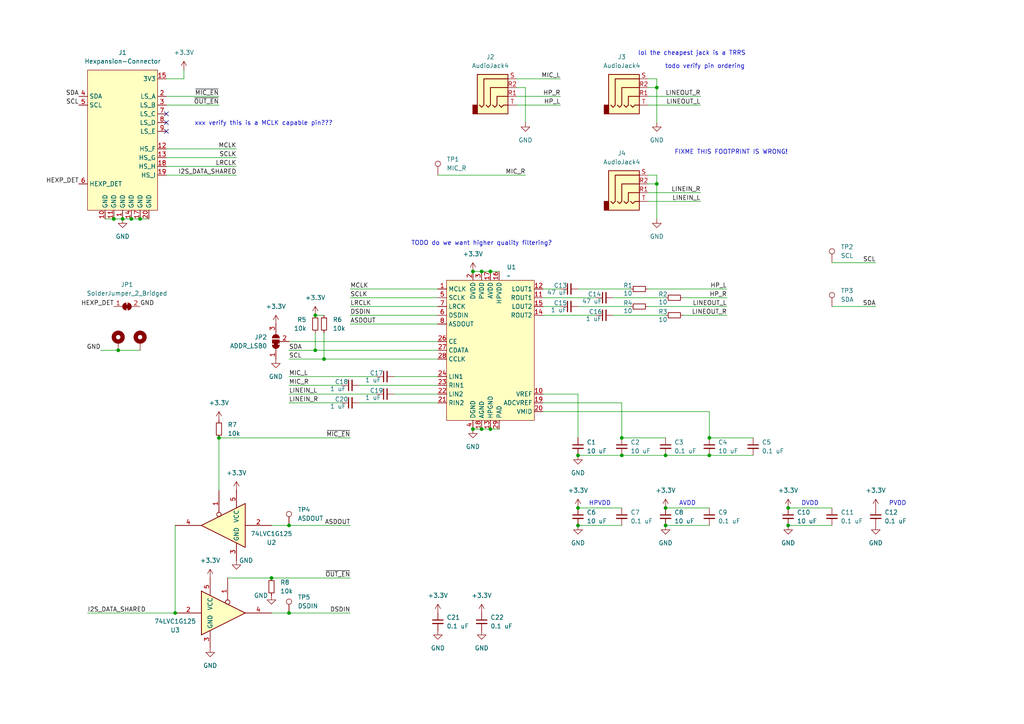
<source format=kicad_sch>
(kicad_sch (version 20231120) (generator "eeschema") (generator_version "8.0")
  (paper "A4")
  (lib_symbols
    (symbol "74xGxx:74LVC1G125"
      (property "Reference" "U" (at -10.16 7.62 0))
      (property "Value" "74LVC1G125" (at 2.54 -7.62 0))
      (symbol "74LVC1G125_0_1"
        (polyline (pts (xy -7.62 6.35) (xy -7.62 -6.35) (xy 5.08 0) (xy -7.62 6.35)) (stroke (width 0.254)) (fill (type background)))
      )
      (symbol "74LVC1G125_1_1"
        (pin input inverted (at 0 10.16 270) (length 7.62) (name "~") (number "1"))
        (pin input line (at -15.24 0 0) (length 7.62) (name "~") (number "2"))
        (pin power_in line (at -5.08 -10.16 90) (length 5.08) (name "GND") (number "3"))
        (pin tri_state line (at 12.7 0 180) (length 7.62) (name "~") (number "4"))
        (pin power_in line (at -5.08 10.16 270) (length 5.08) (name "VCC") (number "5"))
      )
    )
    (symbol "Connector:TestPoint" (pin_numbers hide) (pin_names (offset 0.762) hide)
      (property "Reference" "TP" (at 0 6.858 0))
      (property "Value" "TestPoint" (at 0 5.08 0))
      (symbol "TestPoint_0_1"
        (circle (center 0 3.302) (radius 0.762))
      )
      (symbol "TestPoint_1_1"
        (pin passive line (at 0 0 90) (length 2.54) (name "1") (number "1"))
      )
    )
    (symbol "Connector_Audio:AudioJack4"
      (property "Reference" "J" (at 0 8.89 0))
      (property "Value" "AudioJack4" (at 0 6.35 0))
      (symbol "AudioJack4_0_1"
        (rectangle (start -6.35 -5.08) (end -7.62 -7.62) (stroke (width 0.254)) (fill (type outline)))
        (polyline (pts (xy 0 -5.08) (xy 0.635 -5.715) (xy 1.27 -5.08) (xy 2.54 -5.08)) (stroke (width 0.254)))
        (polyline (pts (xy -5.715 -5.08) (xy -5.08 -5.715) (xy -4.445 -5.08) (xy -4.445 2.54) (xy 2.54 2.54)) (stroke (width 0.254)))
        (polyline (pts (xy -1.905 -5.08) (xy -1.27 -5.715) (xy -0.635 -5.08) (xy -0.635 -2.54) (xy 2.54 -2.54)) (stroke (width 0.254)))
        (polyline (pts (xy 2.54 0) (xy -2.54 0) (xy -2.54 -5.08) (xy -3.175 -5.715) (xy -3.81 -5.08)) (stroke (width 0.254)))
        (rectangle (start 2.54 3.81) (end -6.35 -7.62) (stroke (width 0.254)) (fill (type background)))
      )
      (symbol "AudioJack4_1_1"
        (pin passive line (at 5.08 -2.54 180) (length 2.54) (name "~") (number "R1"))
        (pin passive line (at 5.08 0 180) (length 2.54) (name "~") (number "R2"))
        (pin passive line (at 5.08 2.54 180) (length 2.54) (name "~") (number "S"))
        (pin passive line (at 5.08 -5.08 180) (length 2.54) (name "~") (number "T"))
      )
    )
    (symbol "Device:C_Small" (pin_numbers hide) (pin_names (offset 0.254) hide)
      (property "Reference" "C" (at 0.254 1.778 0))
      (property "Value" "C_Small" (at 0.254 -2.032 0))
      (symbol "C_Small_0_1"
        (polyline (pts (xy -1.524 -0.508) (xy 1.524 -0.508)) (stroke (width 0.3302)))
        (polyline (pts (xy -1.524 0.508) (xy 1.524 0.508)) (stroke (width 0.3048)))
      )
      (symbol "C_Small_1_1"
        (pin passive line (at 0 2.54 270) (length 2.032) (name "~") (number "1"))
        (pin passive line (at 0 -2.54 90) (length 2.032) (name "~") (number "2"))
      )
    )
    (symbol "Device:R_Small" (pin_numbers hide) (pin_names (offset 0.254) hide)
      (property "Reference" "R" (at 0.762 0.508 0))
      (property "Value" "R_Small" (at 0.762 -1.016 0))
      (symbol "R_Small_0_1"
        (rectangle (start -0.762 1.778) (end 0.762 -1.778) (stroke (width 0.2032)))
      )
      (symbol "R_Small_1_1"
        (pin passive line (at 0 2.54 270) (length 0.762) (name "~") (number "1"))
        (pin passive line (at 0 -2.54 90) (length 0.762) (name "~") (number "2"))
      )
    )
    (symbol "Jumper:SolderJumper_2_Bridged" (pin_names (offset 0) hide)
      (property "Reference" "JP" (at 0 2.032 0))
      (property "Value" "SolderJumper_2_Bridged" (at 0 -2.54 0))
      (symbol "SolderJumper_2_Bridged_0_1"
        (rectangle (start -0.508 0.508) (end 0.508 -0.508) (fill (type outline)))
        (arc (start -0.254 1.016) (mid -1.2656 0) (end -0.254 -1.016))
        (arc (start -0.254 1.016) (mid -1.2656 0) (end -0.254 -1.016) (fill (type outline)))
        (polyline (pts (xy -0.254 1.016) (xy -0.254 -1.016)))
        (polyline (pts (xy 0.254 1.016) (xy 0.254 -1.016)))
        (arc (start 0.254 -1.016) (mid 1.2656 0) (end 0.254 1.016))
        (arc (start 0.254 -1.016) (mid 1.2656 0) (end 0.254 1.016) (fill (type outline)))
      )
      (symbol "SolderJumper_2_Bridged_1_1"
        (pin passive line (at -3.81 0 0) (length 2.54) (name "A") (number "1"))
        (pin passive line (at 3.81 0 180) (length 2.54) (name "B") (number "2"))
      )
    )
    (symbol "Jumper:SolderJumper_3_Bridged12" (pin_names (offset 0) hide) (exclude_from_sim yes) (in_bom no)
      (property "Reference" "JP" (at -2.54 -2.54 0))
      (property "Value" "SolderJumper_3_Bridged12" (at 0 2.794 0))
      (symbol "SolderJumper_3_Bridged12_0_1"
        (rectangle (start -1.016 0.508) (end -0.508 -0.508) (fill (type outline)))
        (arc (start -1.016 1.016) (mid -2.0276 0) (end -1.016 -1.016))
        (arc (start -1.016 1.016) (mid -2.0276 0) (end -1.016 -1.016) (fill (type outline)))
        (rectangle (start -0.508 1.016) (end 0.508 -1.016) (fill (type outline)))
        (polyline (pts (xy -2.54 0) (xy -2.032 0)))
        (polyline (pts (xy -1.016 1.016) (xy -1.016 -1.016)))
        (polyline (pts (xy 0 -1.27) (xy 0 -1.016)))
        (polyline (pts (xy 1.016 1.016) (xy 1.016 -1.016)))
        (polyline (pts (xy 2.54 0) (xy 2.032 0)))
        (arc (start 1.016 -1.016) (mid 2.0276 0) (end 1.016 1.016))
        (arc (start 1.016 -1.016) (mid 2.0276 0) (end 1.016 1.016) (fill (type outline)))
      )
      (symbol "SolderJumper_3_Bridged12_1_1"
        (pin passive line (at -5.08 0 0) (length 2.54) (name "A") (number "1"))
        (pin passive line (at 0 -3.81 90) (length 2.54) (name "C") (number "2"))
        (pin passive line (at 5.08 0 180) (length 2.54) (name "B") (number "3"))
      )
    )
    (symbol "Mechanical:MountingHole_Pad" (pin_numbers hide) (pin_names (offset 1.016) hide)
      (property "Reference" "H" (at 0 6.35 0))
      (property "Value" "MountingHole_Pad" (at 0 4.445 0))
      (symbol "MountingHole_Pad_0_1"
        (circle (center 0 1.27) (radius 1.27) (stroke (width 1.27)))
      )
      (symbol "MountingHole_Pad_1_1"
        (pin input line (at 0 -2.54 90) (length 2.54) (name "1") (number "1"))
      )
    )
    (symbol "parts:ES8388"
      (property "Reference" "U" (at -12.192 21.336 0))
      (symbol "ES8388_1_1"
        (rectangle (start -12.7 20.32) (end 12.7 -20.32) (fill (type background)))
        (pin input line (at -15.24 17.78 0) (length 2.54) (name "MCLK") (number "1"))
        (pin power_out line (at 15.24 -12.7 180) (length 2.54) (name "VREF") (number "10"))
        (pin output line (at 15.24 15.24 180) (length 2.54) (name "ROUT1") (number "11"))
        (pin output line (at 15.24 17.78 180) (length 2.54) (name "LOUT1") (number "12"))
        (pin power_in line (at 0 -22.86 90) (length 2.54) (name "HPGND") (number "13"))
        (pin output line (at 15.24 10.16 180) (length 2.54) (name "ROUT2") (number "14"))
        (pin output line (at 15.24 12.7 180) (length 2.54) (name "LOUT2") (number "15"))
        (pin power_in line (at 2.54 22.86 270) (length 2.54) (name "HPVDD") (number "16"))
        (pin power_in line (at 0 22.86 270) (length 2.54) (name "AVDD") (number "17"))
        (pin power_in line (at -2.54 -22.86 90) (length 2.54) (name "AGND") (number "18"))
        (pin power_out line (at 15.24 -15.24 180) (length 2.54) (name "ADCVREF") (number "19"))
        (pin power_in line (at -5.08 22.86 270) (length 2.54) (name "DVDD") (number "2"))
        (pin power_out line (at 15.24 -17.78 180) (length 2.54) (name "VMID") (number "20"))
        (pin input line (at -15.24 -15.24 0) (length 2.54) (name "RIN2") (number "21"))
        (pin input line (at -15.24 -12.7 0) (length 2.54) (name "LIN2") (number "22"))
        (pin input line (at -15.24 -10.16 0) (length 2.54) (name "RIN1") (number "23"))
        (pin input line (at -15.24 -7.62 0) (length 2.54) (name "LIN1") (number "24"))
        (pin no_connect line (at 12.7 2.54 180) (length 2.54) hide (name "NC") (number "25"))
        (pin input line (at -15.24 2.54 0) (length 2.54) (name "CE") (number "26"))
        (pin bidirectional line (at -15.24 0 0) (length 2.54) (name "CDATA") (number "27"))
        (pin input line (at -15.24 -2.54 0) (length 2.54) (name "CCLK") (number "28"))
        (pin power_in line (at 2.54 -22.86 90) (length 2.54) (name "PAD") (number "29"))
        (pin power_in line (at -2.54 22.86 270) (length 2.54) (name "PVDD") (number "3"))
        (pin power_in line (at -5.08 -22.86 90) (length 2.54) (name "DGND") (number "4"))
        (pin bidirectional line (at -15.24 15.24 0) (length 2.54) (name "SCLK") (number "5"))
        (pin input line (at -15.24 10.16 0) (length 2.54) (name "DSDIN") (number "6"))
        (pin bidirectional line (at -15.24 12.7 0) (length 2.54) (name "LRCK") (number "7"))
        (pin output line (at -15.24 7.62 0) (length 2.54) (name "ASDOUT") (number "8"))
        (pin no_connect line (at 12.7 5.08 180) (length 2.54) hide (name "NC") (number "9"))
      )
    )
    (symbol "parts:hexpansion-edge-connector" (in_bom no)
      (property "Reference" "J1" (at 0 25.4 0))
      (property "Value" "Hexpansion-Connector" (at 0 22.86 0))
      (symbol "hexpansion-edge-connector_1_1"
        (rectangle (start -10.16 20.32) (end 10.16 -20.32) (fill (type background)))
        (pin power_out line (at 0 -22.86 90) (length 2.54) (name "GND") (number "1"))
        (pin passive line (at -5.08 -22.86 90) (length 2.54) (name "GND") (number "10"))
        (pin passive line (at -2.54 -22.86 90) (length 2.54) (name "GND") (number "11"))
        (pin bidirectional line (at 12.7 -2.54 180) (length 2.54) (name "HS_F") (number "12"))
        (pin bidirectional line (at 12.7 -5.08 180) (length 2.54) (name "HS_G") (number "13"))
        (pin passive line (at 2.54 -22.86 90) (length 2.54) (name "GND") (number "14"))
        (pin power_out line (at 12.7 17.78 180) (length 2.54) (name "3V3") (number "15"))
        (pin passive line (at 12.7 17.78 180) (length 2.54) hide (name "3V3") (number "16"))
        (pin passive line (at 5.08 -22.86 90) (length 2.54) (name "GND") (number "17"))
        (pin bidirectional line (at 12.7 -7.62 180) (length 2.54) (name "HS_H") (number "18"))
        (pin bidirectional line (at 12.7 -10.16 180) (length 2.54) (name "HS_I") (number "19"))
        (pin bidirectional line (at 12.7 12.7 180) (length 2.54) (name "LS_A") (number "2"))
        (pin passive line (at 7.62 -22.86 90) (length 2.54) (name "GND") (number "20"))
        (pin bidirectional line (at 12.7 10.16 180) (length 2.54) (name "LS_B") (number "3"))
        (pin bidirectional line (at -12.7 12.7 0) (length 2.54) (name "SDA") (number "4"))
        (pin output line (at -12.7 10.16 0) (length 2.54) (name "SCL") (number "5"))
        (pin bidirectional line (at -12.7 -12.7 0) (length 2.54) (name "HEXP_DET") (number "6"))
        (pin bidirectional line (at 12.7 7.62 180) (length 2.54) (name "LS_C") (number "7"))
        (pin bidirectional line (at 12.7 5.08 180) (length 2.54) (name "LS_D") (number "8"))
        (pin bidirectional line (at 12.7 2.54 180) (length 2.54) (name "LS_E") (number "9"))
      )
    )
    (symbol "power:+3.3V" (power) (pin_numbers hide) (pin_names (offset 0) hide)
      (property "Value" "+3.3V" (at 0 3.556 0))
      (symbol "+3.3V_0_1"
        (polyline (pts (xy -0.762 1.27) (xy 0 2.54)))
        (polyline (pts (xy 0 0) (xy 0 2.54)))
        (polyline (pts (xy 0 2.54) (xy 0.762 1.27)))
      )
      (symbol "+3.3V_1_1"
        (pin power_in line (at 0 0 90) (length 0) (name "~") (number "1"))
      )
    )
    (symbol "power:GND" (power) (pin_numbers hide) (pin_names (offset 0) hide)
      (property "Value" "GND" (at 0 -3.81 0))
      (symbol "GND_0_1"
        (polyline (pts (xy 0 0) (xy 0 -1.27) (xy 1.27 -1.27) (xy 0 -2.54) (xy -1.27 -1.27) (xy 0 -1.27)))
      )
      (symbol "GND_1_1"
        (pin power_in line (at 0 0 270) (length 0) (name "~") (number "1"))
      )
    )
  )
  (junction (at 167.64 132.08))
  (junction (at 205.74 132.08))
  (junction (at 193.04 132.08))
  (junction (at 142.24 124.46))
  (junction (at 78.74 167.64))
  (junction (at 40.64 63.5))
  (junction (at 228.6 152.4))
  (junction (at 63.5 127))
  (junction (at 33.02 63.5))
  (junction (at 137.16 124.46))
  (junction (at 38.1 63.5))
  (junction (at 35.56 63.5))
  (junction (at 137.16 78.74))
  (junction (at 228.6 147.32))
  (junction (at 91.44 101.6))
  (junction (at 180.34 127))
  (junction (at 180.34 132.08))
  (junction (at 139.7 78.74))
  (junction (at 83.82 177.8))
  (junction (at 83.82 152.4))
  (junction (at 193.04 152.4))
  (junction (at 167.64 152.4))
  (junction (at 93.98 104.14))
  (junction (at 142.24 78.74))
  (junction (at 193.04 147.32))
  (junction (at 139.7 124.46))
  (junction (at 91.44 91.44))
  (junction (at 50.8 177.8))
  (junction (at 205.74 127))
  (junction (at 190.5 25.4))
  (junction (at 190.5 53.34))
  (junction (at 167.64 147.32))
  (junction (at 34.29 101.6))
  (no_connect (at 48.26 35.56))
  (no_connect (at 48.26 38.1))
  (no_connect (at 48.26 33.02))
  (wire (pts (xy 34.29 101.6) (xy 40.64 101.6)))
  (wire (pts (xy 33.02 63.5) (xy 35.56 63.5)))
  (wire (pts (xy 137.16 124.46) (xy 139.7 124.46)))
  (wire (pts (xy 187.96 22.86) (xy 190.5 22.86)))
  (wire (pts (xy 241.3 88.9) (xy 254 88.9)))
  (wire (pts (xy 152.4 25.4) (xy 152.4 35.56)))
  (wire (pts (xy 187.96 27.94) (xy 203.2 27.94)))
  (wire (pts (xy 127 99.06) (xy 83.82 99.06)))
  (wire (pts (xy 35.56 63.5) (xy 38.1 63.5)))
  (wire (pts (xy 177.8 91.44) (xy 193.04 91.44)))
  (wire (pts (xy 38.1 63.5) (xy 40.64 63.5)))
  (wire (pts (xy 48.26 45.72) (xy 68.58 45.72)))
  (wire (pts (xy 187.96 55.88) (xy 203.2 55.88)))
  (wire (pts (xy 101.6 83.82) (xy 127 83.82)))
  (wire (pts (xy 53.34 22.86) (xy 48.26 22.86)))
  (wire (pts (xy 190.5 53.34) (xy 190.5 63.5)))
  (wire (pts (xy 48.26 48.26) (xy 68.58 48.26)))
  (wire (pts (xy 190.5 25.4) (xy 190.5 35.56)))
  (wire (pts (xy 198.12 91.44) (xy 210.82 91.44)))
  (wire (pts (xy 101.6 93.98) (xy 127 93.98)))
  (wire (pts (xy 167.64 114.3) (xy 167.64 127)))
  (wire (pts (xy 101.6 88.9) (xy 127 88.9)))
  (wire (pts (xy 63.5 127) (xy 101.6 127)))
  (wire (pts (xy 53.34 20.32) (xy 53.34 22.86)))
  (wire (pts (xy 91.44 91.44) (xy 93.98 91.44)))
  (wire (pts (xy 228.6 152.4) (xy 241.3 152.4)))
  (wire (pts (xy 167.64 152.4) (xy 180.34 152.4)))
  (wire (pts (xy 157.48 86.36) (xy 172.72 86.36)))
  (wire (pts (xy 187.96 58.42) (xy 203.2 58.42)))
  (wire (pts (xy 205.74 127) (xy 218.44 127)))
  (wire (pts (xy 157.48 91.44) (xy 172.72 91.44)))
  (wire (pts (xy 198.12 86.36) (xy 210.82 86.36)))
  (wire (pts (xy 83.82 152.4) (xy 101.6 152.4)))
  (wire (pts (xy 157.48 119.38) (xy 205.74 119.38)))
  (wire (pts (xy 139.7 78.74) (xy 142.24 78.74)))
  (wire (pts (xy 187.96 30.48) (xy 203.2 30.48)))
  (wire (pts (xy 114.3 109.22) (xy 127 109.22)))
  (wire (pts (xy 190.5 22.86) (xy 190.5 25.4)))
  (wire (pts (xy 205.74 119.38) (xy 205.74 127)))
  (wire (pts (xy 187.96 25.4) (xy 190.5 25.4)))
  (wire (pts (xy 50.8 152.4) (xy 50.8 177.8)))
  (wire (pts (xy 142.24 124.46) (xy 144.78 124.46)))
  (wire (pts (xy 187.96 53.34) (xy 190.5 53.34)))
  (wire (pts (xy 137.16 78.74) (xy 139.7 78.74)))
  (wire (pts (xy 142.24 78.74) (xy 144.78 78.74)))
  (wire (pts (xy 91.44 96.52) (xy 91.44 101.6)))
  (wire (pts (xy 187.96 88.9) (xy 210.82 88.9)))
  (wire (pts (xy 241.3 76.2) (xy 254 76.2)))
  (wire (pts (xy 83.82 109.22) (xy 109.22 109.22)))
  (wire (pts (xy 167.64 83.82) (xy 182.88 83.82)))
  (wire (pts (xy 78.74 177.8) (xy 83.82 177.8)))
  (wire (pts (xy 157.48 116.84) (xy 180.34 116.84)))
  (wire (pts (xy 66.04 167.64) (xy 78.74 167.64)))
  (wire (pts (xy 167.64 132.08) (xy 180.34 132.08)))
  (wire (pts (xy 29.21 101.6) (xy 34.29 101.6)))
  (wire (pts (xy 190.5 50.8) (xy 190.5 53.34)))
  (wire (pts (xy 149.86 30.48) (xy 162.56 30.48)))
  (wire (pts (xy 83.82 101.6) (xy 91.44 101.6)))
  (wire (pts (xy 93.98 104.14) (xy 127 104.14)))
  (wire (pts (xy 83.82 114.3) (xy 109.22 114.3)))
  (wire (pts (xy 114.3 114.3) (xy 127 114.3)))
  (wire (pts (xy 228.6 147.32) (xy 241.3 147.32)))
  (wire (pts (xy 101.6 86.36) (xy 127 86.36)))
  (wire (pts (xy 193.04 147.32) (xy 205.74 147.32)))
  (wire (pts (xy 93.98 96.52) (xy 93.98 104.14)))
  (wire (pts (xy 78.74 152.4) (xy 83.82 152.4)))
  (wire (pts (xy 48.26 27.94) (xy 63.5 27.94)))
  (wire (pts (xy 83.82 177.8) (xy 101.6 177.8)))
  (wire (pts (xy 177.8 86.36) (xy 193.04 86.36)))
  (wire (pts (xy 48.26 43.18) (xy 68.58 43.18)))
  (wire (pts (xy 180.34 132.08) (xy 193.04 132.08)))
  (wire (pts (xy 205.74 132.08) (xy 218.44 132.08)))
  (wire (pts (xy 63.5 142.24) (xy 63.5 127)))
  (wire (pts (xy 180.34 116.84) (xy 180.34 127)))
  (wire (pts (xy 101.6 91.44) (xy 127 91.44)))
  (wire (pts (xy 187.96 50.8) (xy 190.5 50.8)))
  (wire (pts (xy 78.74 167.64) (xy 101.6 167.64)))
  (wire (pts (xy 157.48 88.9) (xy 162.56 88.9)))
  (wire (pts (xy 104.14 111.76) (xy 127 111.76)))
  (wire (pts (xy 167.64 147.32) (xy 180.34 147.32)))
  (wire (pts (xy 149.86 25.4) (xy 152.4 25.4)))
  (wire (pts (xy 187.96 83.82) (xy 210.82 83.82)))
  (wire (pts (xy 127 50.8) (xy 152.4 50.8)))
  (wire (pts (xy 104.14 116.84) (xy 127 116.84)))
  (wire (pts (xy 180.34 127) (xy 193.04 127)))
  (wire (pts (xy 149.86 22.86) (xy 162.56 22.86)))
  (wire (pts (xy 83.82 104.14) (xy 93.98 104.14)))
  (wire (pts (xy 167.64 88.9) (xy 182.88 88.9)))
  (wire (pts (xy 149.86 27.94) (xy 162.56 27.94)))
  (wire (pts (xy 25.4 177.8) (xy 50.8 177.8)))
  (wire (pts (xy 48.26 30.48) (xy 63.5 30.48)))
  (wire (pts (xy 91.44 101.6) (xy 127 101.6)))
  (wire (pts (xy 157.48 83.82) (xy 162.56 83.82)))
  (wire (pts (xy 157.48 114.3) (xy 167.64 114.3)))
  (wire (pts (xy 193.04 132.08) (xy 205.74 132.08)))
  (wire (pts (xy 139.7 124.46) (xy 142.24 124.46)))
  (wire (pts (xy 83.82 111.76) (xy 99.06 111.76)))
  (wire (pts (xy 83.82 116.84) (xy 99.06 116.84)))
  (wire (pts (xy 40.64 63.5) (xy 43.18 63.5)))
  (wire (pts (xy 30.48 63.5) (xy 33.02 63.5)))
  (wire (pts (xy 193.04 152.4) (xy 205.74 152.4)))
  (wire (pts (xy 48.26 50.8) (xy 68.58 50.8)))
  (text "PVDD" (at 260.35 146.05 0) (effects (font (size 1.27 1.27))))
  (text "AVDD" (at 199.39 146.05 0) (effects (font (size 1.27 1.27))))
  (text "FIXME THIS FOOTPRINT IS WRONG!" (at 212.09 44.196 0) (effects (font (size 1.27 1.27))))
  (text "TODO do we want higher quality filtering?" (at 139.7 70.612 0) (effects (font (size 1.27 1.27))))
  (text "lol the cheapest jack is a TRRS" (at 200.66 15.494 0) (effects (font (size 1.27 1.27))))
  (text "HPVDD" (at 173.99 146.05 0) (effects (font (size 1.27 1.27))))
  (text "xxx verify this is a MCLK capable pin???" (at 76.454 35.814 0) (effects (font (size 1.27 1.27))))
  (text "todo verify pin ordering" (at 204.47 19.304 0) (effects (font (size 1.27 1.27))))
  (text "DVDD" (at 234.95 146.05 0) (effects (font (size 1.27 1.27))))
  (label "HEXP_DET" (at 33.02 88.9 180))
  (label "MCLK" (at 68.58 43.18 180))
  (label "LINEIN_R" (at 203.2 55.88 180))
  (label "GND" (at 29.21 101.6 180))
  (label "LINEOUT_L" (at 210.82 88.9 180))
  (label "SDA" (at 83.82 101.6 0))
  (label "GND" (at 40.64 88.9 0))
  (label "LINEIN_L" (at 83.82 114.3 0))
  (label "SCL" (at 22.86 30.48 180))
  (label "~{MIC_EN}" (at 101.6 127 180))
  (label "ASDOUT" (at 101.6 93.98 0))
  (label "SCL" (at 254 76.2 180))
  (label "SDA" (at 22.86 27.94 180))
  (label "~{MIC_EN}" (at 63.5 27.94 180))
  (label "LINEOUT_L" (at 203.2 30.48 180))
  (label "LINEIN_L" (at 203.2 58.42 180))
  (label "ASDOUT" (at 101.6 152.4 180))
  (label "MIC_R" (at 83.82 111.76 0))
  (label "I2S_DATA_SHARED" (at 68.58 50.8 180))
  (label "LINEOUT_R" (at 210.82 91.44 180))
  (label "LINEOUT_R" (at 203.2 27.94 180))
  (label "~{OUT_EN}" (at 101.6 167.64 180))
  (label "MIC_L" (at 162.56 22.86 180))
  (label "LINEIN_R" (at 83.82 116.84 0))
  (label "HEXP_DET" (at 22.86 53.34 180))
  (label "LRCLK" (at 101.6 88.9 0))
  (label "SCLK" (at 68.58 45.72 180))
  (label "HP_L" (at 210.82 83.82 180))
  (label "SDA" (at 254 88.9 180))
  (label "SCL" (at 83.82 104.14 0))
  (label "MCLK" (at 101.6 83.82 0))
  (label "MIC_R" (at 152.4 50.8 180))
  (label "HP_R" (at 210.82 86.36 180))
  (label "I2S_DATA_SHARED" (at 25.4 177.8 0))
  (label "MIC_L" (at 83.82 109.22 0))
  (label "~{OUT_EN}" (at 63.5 30.48 180))
  (label "LRCLK" (at 68.58 48.26 180))
  (label "SCLK" (at 101.6 86.36 0))
  (label "DSDIN" (at 101.6 91.44 0))
  (label "HP_R" (at 162.56 27.94 180))
  (label "HP_L" (at 162.56 30.48 180))
  (label "DSDIN" (at 101.6 177.8 180))
  (symbol (lib_id "power:+3.3V") (at 80.01 93.98 0) (unit 1)
    (property "Reference" "#PWR015" (effects (hide yes)))
    (property "Value" "+3.3V" (at 80.01 88.9 0))
    (property "Description" "Power symbol creates a global label with name \"+3.3V\"" (effects (hide yes)))
  )
  (symbol (lib_id "power:+3.3V") (at 228.6 147.32 0) (unit 1)
    (property "Reference" "#PWR010" (effects (hide yes)))
    (property "Value" "+3.3V" (at 228.6 142.24 0))
    (property "Description" "Power symbol creates a global label with name \"+3.3V\"" (effects (hide yes)))
  )
  (symbol (lib_id "Jumper:SolderJumper_3_Bridged12") (at 80.01 99.06 90) (unit 1) (in_bom no)
    (property "Reference" "JP2" (at 77.47 97.7899 90) (effects (justify left)))
    (property "Value" "ADDR_LSB0" (at 77.47 100.3299 90) (effects (justify left)))
    (property "Footprint" "Jumper:SolderJumper-3_P1.3mm_Bridged12_RoundedPad1.0x1.5mm" (effects (hide yes)))
    (property "Description" "3-pole Solder Jumper, pins 1+2 closed/bridged" (effects (hide yes)))
  )
  (symbol (lib_id "Device:C_Small") (at 165.1 83.82 90) (unit 1)
    (property "Reference" "C13" (at 162.56 82.804 90))
    (property "Value" "47 uF" (at 161.544 84.836 90))
    (property "Footprint" "Capacitor_SMD:C_1206_3216Metric" (effects (hide yes)))
    (property "Description" "Unpolarized capacitor, small symbol" (effects (hide yes)))
    (property "LCSC" "C96123" (effects (hide yes)))
  )
  (symbol (lib_id "Device:R_Small") (at 93.98 93.98 0) (unit 1)
    (property "Reference" "R6" (at 96.52 92.7099 0) (effects (justify left)))
    (property "Value" "10k" (at 96.52 95.2499 0) (effects (justify left)))
    (property "Footprint" "Resistor_SMD:R_0402_1005Metric" (effects (hide yes)))
    (property "Description" "Resistor, small symbol" (effects (hide yes)))
    (property "LCSC" "C25744" (effects (hide yes)))
  )
  (symbol (lib_id "Device:R_Small") (at 195.58 86.36 90) (unit 1)
    (property "Reference" "R2" (at 192.278 85.344 90))
    (property "Value" "10" (at 192.278 87.63 90))
    (property "Footprint" "Resistor_SMD:R_0603_1608Metric" (effects (hide yes)))
    (property "Description" "Resistor, small symbol" (effects (hide yes)))
    (property "LCSC" "C22859" (effects (hide yes)))
  )
  (symbol (lib_id "Device:C_Small") (at 127 180.34 0) (unit 1)
    (property "Reference" "C21" (at 129.54 179.0762 0) (effects (justify left)))
    (property "Value" "0.1 uF" (at 129.54 181.6162 0) (effects (justify left)))
    (property "Footprint" "Capacitor_SMD:C_0402_1005Metric" (effects (hide yes)))
    (property "Description" "Unpolarized capacitor, small symbol" (effects (hide yes)))
    (property "LCSC" "C1525" (effects (hide yes)))
  )
  (symbol (lib_id "Device:C_Small") (at 218.44 129.54 0) (unit 1)
    (property "Reference" "C5" (at 220.98 128.2762 0) (effects (justify left)))
    (property "Value" "0.1 uF" (at 220.98 130.8162 0) (effects (justify left)))
    (property "Footprint" "Capacitor_SMD:C_0402_1005Metric" (effects (hide yes)))
    (property "Description" "Unpolarized capacitor, small symbol" (effects (hide yes)))
    (property "LCSC" "C1525" (effects (hide yes)))
  )
  (symbol (lib_id "Device:C_Small") (at 205.74 149.86 0) (unit 1)
    (property "Reference" "C9" (at 208.28 148.5962 0) (effects (justify left)))
    (property "Value" "0.1 uF" (at 208.28 151.1362 0) (effects (justify left)))
    (property "Footprint" "Capacitor_SMD:C_0402_1005Metric" (effects (hide yes)))
    (property "Description" "Unpolarized capacitor, small symbol" (effects (hide yes)))
    (property "LCSC" "C1525" (effects (hide yes)))
  )
  (symbol (lib_id "74xGxx:74LVC1G125") (at 63.5 152.4 0) (mirror y) (unit 1)
    (property "Reference" "U2" (at 78.74 157.3532 0))
    (property "Value" "74LVC1G125" (at 78.74 154.8132 0))
    (property "Footprint" "Package_TO_SOT_SMD:SOT-23-5" (effects (hide yes)))
    (property "Datasheet" "https://www.ti.com/lit/ds/symlink/sn74lvc1g125.pdf" (effects (hide yes)))
    (property "Description" "Single Buffer Gate Tri-State, Low-Voltage CMOS" (effects (hide yes)))
    (property "LCSC" "C23654" (effects (hide yes)))
  )
  (symbol (lib_id "Device:C_Small") (at 175.26 86.36 90) (unit 1)
    (property "Reference" "C14" (at 172.466 85.344 90))
    (property "Value" "47 uF" (at 171.704 87.376 90))
    (property "Footprint" "Capacitor_SMD:C_1206_3216Metric" (effects (hide yes)))
    (property "Description" "Unpolarized capacitor, small symbol" (effects (hide yes)))
    (property "LCSC" "C96123" (effects (hide yes)))
  )
  (symbol (lib_id "power:GND") (at 167.64 152.4 0) (unit 1)
    (property "Reference" "#PWR07" (effects (hide yes)))
    (property "Value" "GND" (at 167.64 157.48 0))
    (property "Description" "Power symbol creates a global label with name \"GND\" , ground" (effects (hide yes)))
  )
  (symbol (lib_id "power:GND") (at 78.74 172.72 0) (unit 1)
    (property "Reference" "#PWR024" (effects (hide yes)))
    (property "Value" "GND" (at 75.692 172.72 0))
    (property "Description" "Power symbol creates a global label with name \"GND\" , ground" (effects (hide yes)))
  )
  (symbol (lib_id "power:GND") (at 152.4 35.56 0) (unit 1)
    (property "Reference" "#PWR025" (effects (hide yes)))
    (property "Value" "GND" (at 152.4 40.64 0))
    (property "Description" "Power symbol creates a global label with name \"GND\" , ground" (effects (hide yes)))
  )
  (symbol (lib_id "Connector:TestPoint") (at 127 50.8 0) (unit 1) (in_bom no)
    (property "Reference" "TP1" (at 129.54 46.2279 0) (effects (justify left)))
    (property "Value" "MIC_R" (at 129.54 48.7679 0) (effects (justify left)))
    (property "Footprint" "TestPoint:TestPoint_Pad_2.0x2.0mm" (effects (hide yes)))
    (property "Description" "test point" (effects (hide yes)))
  )
  (symbol (lib_id "power:+3.3V") (at 254 147.32 0) (unit 1)
    (property "Reference" "#PWR013" (effects (hide yes)))
    (property "Value" "+3.3V" (at 254 142.24 0))
    (property "Description" "Power symbol creates a global label with name \"+3.3V\"" (effects (hide yes)))
  )
  (symbol (lib_id "power:+3.3V") (at 137.16 78.74 0) (unit 1)
    (property "Reference" "#PWR03" (effects (hide yes)))
    (property "Value" "+3.3V" (at 137.16 73.66 0))
    (property "Description" "Power symbol creates a global label with name \"+3.3V\"" (effects (hide yes)))
  )
  (symbol (lib_id "power:GND") (at 127 182.88 0) (unit 1)
    (property "Reference" "#PWR018" (effects (hide yes)))
    (property "Value" "GND" (at 127 187.96 0))
    (property "Description" "Power symbol creates a global label with name \"GND\" , ground" (effects (hide yes)))
  )
  (symbol (lib_id "Device:C_Small") (at 205.74 129.54 0) (unit 1)
    (property "Reference" "C4" (at 208.28 128.2762 0) (effects (justify left)))
    (property "Value" "10 uF" (at 208.28 130.8162 0) (effects (justify left)))
    (property "Footprint" "Capacitor_SMD:C_0603_1608Metric" (effects (hide yes)))
    (property "Description" "Unpolarized capacitor, small symbol" (effects (hide yes)))
    (property "LCSC" "C19702" (effects (hide yes)))
  )
  (symbol (lib_id "Connector_Audio:AudioJack4") (at 182.88 25.4 0) (unit 1)
    (property "Reference" "J3" (at 180.34 16.51 0))
    (property "Value" "AudioJack4" (at 180.34 19.05 0))
    (property "Footprint" "Connector_Audio:Jack_3.5mm_KoreanHropartsElec_PJ-320D-4A_Horizontal" (effects (hide yes)))
    (property "Description" "Audio Jack, 4 Poles (TRRS)" (effects (hide yes)))
    (property "LCSC" "C431535" (effects (hide yes)))
  )
  (symbol (lib_id "power:GND") (at 80.01 104.14 0) (unit 1)
    (property "Reference" "#PWR014" (effects (hide yes)))
    (property "Value" "GND" (at 80.01 109.22 0))
    (property "Description" "Power symbol creates a global label with name \"GND\" , ground" (effects (hide yes)))
  )
  (symbol (lib_id "Mechanical:MountingHole_Pad") (at 34.29 99.06 0) (unit 1) (in_bom no)
    (property "Reference" "H1" (effects (hide yes)))
    (property "Value" "MountingHole_Pad" (effects (hide yes)))
    (property "Footprint" "MountingHole:MountingHole_2.2mm_M2_Pad_Via" (effects (hide yes)))
  )
  (symbol (lib_id "power:+3.3V") (at 60.96 167.64 0) (unit 1)
    (property "Reference" "#PWR022" (effects (hide yes)))
    (property "Value" "+3.3V" (at 60.96 162.56 0))
    (property "Description" "Power symbol creates a global label with name \"+3.3V\"" (effects (hide yes)))
  )
  (symbol (lib_id "power:GND") (at 254 152.4 0) (unit 1)
    (property "Reference" "#PWR012" (effects (hide yes)))
    (property "Value" "GND" (at 254 157.48 0))
    (property "Description" "Power symbol creates a global label with name \"GND\" , ground" (effects (hide yes)))
  )
  (symbol (lib_id "Device:C_Small") (at 254 149.86 0) (unit 1)
    (property "Reference" "C12" (at 256.54 148.5962 0) (effects (justify left)))
    (property "Value" "0.1 uF" (at 256.54 151.1362 0) (effects (justify left)))
    (property "Footprint" "Capacitor_SMD:C_0402_1005Metric" (effects (hide yes)))
    (property "Description" "Unpolarized capacitor, small symbol" (effects (hide yes)))
    (property "LCSC" "C1525" (effects (hide yes)))
  )
  (symbol (lib_id "Device:R_Small") (at 185.42 88.9 90) (unit 1)
    (property "Reference" "R4" (at 182.118 87.884 90))
    (property "Value" "10" (at 182.118 90.17 90))
    (property "Footprint" "Resistor_SMD:R_0603_1608Metric" (effects (hide yes)))
    (property "Description" "Resistor, small symbol" (effects (hide yes)))
    (property "LCSC" "C22859" (effects (hide yes)))
  )
  (symbol (lib_id "Device:C_Small") (at 101.6 116.84 90) (unit 1)
    (property "Reference" "C20" (at 99.06 115.824 90))
    (property "Value" "1 uF" (at 98.044 117.856 90))
    (property "Footprint" "Capacitor_SMD:C_1206_3216Metric" (effects (hide yes)))
    (property "Description" "Unpolarized capacitor, small symbol" (effects (hide yes)))
    (property "LCSC" "C1848" (effects (hide yes)))
  )
  (symbol (lib_id "Device:C_Small") (at 180.34 129.54 0) (unit 1)
    (property "Reference" "C2" (at 182.88 128.2762 0) (effects (justify left)))
    (property "Value" "10 uF" (at 182.88 130.8162 0) (effects (justify left)))
    (property "Footprint" "Capacitor_SMD:C_0603_1608Metric" (effects (hide yes)))
    (property "Description" "Unpolarized capacitor, small symbol" (effects (hide yes)))
    (property "LCSC" "C19702" (effects (hide yes)))
  )
  (symbol (lib_id "power:+3.3V") (at 68.58 142.24 0) (unit 1)
    (property "Reference" "#PWR021" (effects (hide yes)))
    (property "Value" "+3.3V" (at 68.58 137.16 0))
    (property "Description" "Power symbol creates a global label with name \"+3.3V\"" (effects (hide yes)))
  )
  (symbol (lib_id "Connector:TestPoint") (at 241.3 76.2 0) (unit 1) (in_bom no)
    (property "Reference" "TP2" (at 243.84 71.6279 0) (effects (justify left)))
    (property "Value" "SCL" (at 243.84 74.1679 0) (effects (justify left)))
    (property "Footprint" "TestPoint:TestPoint_Pad_2.0x2.0mm" (effects (hide yes)))
    (property "Description" "test point" (effects (hide yes)))
  )
  (symbol (lib_id "Connector_Audio:AudioJack4") (at 144.78 25.4 0) (unit 1)
    (property "Reference" "J2" (at 142.24 16.51 0))
    (property "Value" "AudioJack4" (at 142.24 19.05 0))
    (property "Footprint" "Connector_Audio:Jack_3.5mm_KoreanHropartsElec_PJ-320D-4A_Horizontal" (effects (hide yes)))
    (property "Description" "Audio Jack, 4 Poles (TRRS)" (effects (hide yes)))
    (property "LCSC" "C431535" (effects (hide yes)))
  )
  (symbol (lib_id "Device:R_Small") (at 78.74 170.18 0) (unit 1)
    (property "Reference" "R8" (at 81.28 168.9099 0) (effects (justify left)))
    (property "Value" "10k" (at 81.28 171.4499 0) (effects (justify left)))
    (property "Footprint" "Resistor_SMD:R_0402_1005Metric" (effects (hide yes)))
    (property "Description" "Resistor, small symbol" (effects (hide yes)))
    (property "LCSC" "C25744" (effects (hide yes)))
  )
  (symbol (lib_id "Mechanical:MountingHole_Pad") (at 40.64 99.06 0) (unit 1) (in_bom no)
    (property "Reference" "H2" (effects (hide yes)))
    (property "Value" "MountingHole_Pad" (effects (hide yes)))
    (property "Footprint" "MountingHole:MountingHole_2.2mm_M2_Pad_Via" (effects (hide yes)))
  )
  (symbol (lib_id "power:+3.3V") (at 167.64 147.32 0) (unit 1)
    (property "Reference" "#PWR06" (effects (hide yes)))
    (property "Value" "+3.3V" (at 167.64 142.24 0))
    (property "Description" "Power symbol creates a global label with name \"+3.3V\"" (effects (hide yes)))
  )
  (symbol (lib_id "parts:hexpansion-edge-connector") (at 35.56 40.64 0) (unit 1) (in_bom no)
    (property "Reference" "J1" (at 35.56 15.24 0))
    (property "Value" "Hexpansion-Connector" (at 35.56 17.78 0))
    (property "Footprint" "parts:hexpansion-edge-connector" (effects (hide yes)))
  )
  (symbol (lib_id "Connector:TestPoint") (at 83.82 152.4 0) (unit 1)
    (property "Reference" "TP4" (at 86.36 147.8279 0) (effects (justify left)))
    (property "Value" "ASDOUT" (at 86.36 150.3679 0) (effects (justify left)))
    (property "Footprint" "TestPoint:TestPoint_Pad_1.0x1.0mm" (effects (hide yes)))
    (property "Description" "test point" (effects (hide yes)))
  )
  (symbol (lib_id "Device:R_Small") (at 91.44 93.98 0) (mirror y) (unit 1)
    (property "Reference" "R5" (at 88.9 92.7099 0) (effects (justify left)))
    (property "Value" "10k" (at 88.9 95.2499 0) (effects (justify left)))
    (property "Footprint" "Resistor_SMD:R_0402_1005Metric" (effects (hide yes)))
    (property "Description" "Resistor, small symbol" (effects (hide yes)))
    (property "LCSC" "C25744" (effects (hide yes)))
  )
  (symbol (lib_id "power:+3.3V") (at 139.7 177.8 0) (unit 1)
    (property "Reference" "#PWR028" (effects (hide yes)))
    (property "Value" "+3.3V" (at 139.7 172.72 0))
    (property "Description" "Power symbol creates a global label with name \"+3.3V\"" (effects (hide yes)))
  )
  (symbol (lib_id "power:GND") (at 60.96 187.96 0) (unit 1)
    (property "Reference" "#PWR019" (effects (hide yes)))
    (property "Value" "GND" (at 60.96 193.04 0))
    (property "Description" "Power symbol creates a global label with name \"GND\" , ground" (effects (hide yes)))
  )
  (symbol (lib_id "Device:C_Small") (at 139.7 180.34 0) (unit 1)
    (property "Reference" "C22" (at 142.24 179.0762 0) (effects (justify left)))
    (property "Value" "0.1 uF" (at 142.24 181.6162 0) (effects (justify left)))
    (property "Footprint" "Capacitor_SMD:C_0402_1005Metric" (effects (hide yes)))
    (property "Description" "Unpolarized capacitor, small symbol" (effects (hide yes)))
    (property "LCSC" "C1525" (effects (hide yes)))
  )
  (symbol (lib_id "Device:C_Small") (at 111.76 109.22 90) (unit 1)
    (property "Reference" "C17" (at 109.22 108.204 90))
    (property "Value" "1 uF" (at 108.204 110.236 90))
    (property "Footprint" "Capacitor_SMD:C_1206_3216Metric" (effects (hide yes)))
    (property "Description" "Unpolarized capacitor, small symbol" (effects (hide yes)))
    (property "LCSC" "C1848" (effects (hide yes)))
  )
  (symbol (lib_id "Connector:TestPoint") (at 83.82 177.8 0) (unit 1)
    (property "Reference" "TP5" (at 86.36 173.2279 0) (effects (justify left)))
    (property "Value" "DSDIN" (at 86.36 175.7679 0) (effects (justify left)))
    (property "Footprint" "TestPoint:TestPoint_Pad_1.0x1.0mm" (effects (hide yes)))
    (property "Description" "test point" (effects (hide yes)))
  )
  (symbol (lib_id "power:+3.3V") (at 193.04 147.32 0) (unit 1)
    (property "Reference" "#PWR08" (effects (hide yes)))
    (property "Value" "+3.3V" (at 193.04 142.24 0))
    (property "Description" "Power symbol creates a global label with name \"+3.3V\"" (effects (hide yes)))
  )
  (symbol (lib_id "Device:C_Small") (at 167.64 129.54 0) (unit 1)
    (property "Reference" "C1" (at 170.18 128.2762 0) (effects (justify left)))
    (property "Value" "10 uF" (at 170.18 130.8162 0) (effects (justify left)))
    (property "Footprint" "Capacitor_SMD:C_0603_1608Metric" (effects (hide yes)))
    (property "Description" "Unpolarized capacitor, small symbol" (effects (hide yes)))
    (property "LCSC" "C19702" (effects (hide yes)))
  )
  (symbol (lib_id "Connector_Audio:AudioJack4") (at 182.88 53.34 0) (unit 1)
    (property "Reference" "J4" (at 180.34 44.45 0))
    (property "Value" "AudioJack4" (at 180.34 46.99 0))
    (property "Footprint" "Connector_Audio:Jack_3.5mm_KoreanHropartsElec_PJ-320D-4A_Horizontal" (effects (hide yes)))
    (property "Description" "Audio Jack, 4 Poles (TRRS)" (effects (hide yes)))
    (property "LCSC" "C431535" (effects (hide yes)))
  )
  (symbol (lib_id "power:GND") (at 190.5 63.5 0) (unit 1)
    (property "Reference" "#PWR027" (effects (hide yes)))
    (property "Value" "GND" (at 190.5 68.58 0))
    (property "Description" "Power symbol creates a global label with name \"GND\" , ground" (effects (hide yes)))
  )
  (symbol (lib_id "Device:C_Small") (at 111.76 114.3 90) (unit 1)
    (property "Reference" "C19" (at 109.22 113.284 90))
    (property "Value" "1 uF" (at 108.204 115.316 90))
    (property "Footprint" "Capacitor_SMD:C_1206_3216Metric" (effects (hide yes)))
    (property "Description" "Unpolarized capacitor, small symbol" (effects (hide yes)))
    (property "LCSC" "C1848" (effects (hide yes)))
  )
  (symbol (lib_id "power:GND") (at 167.64 132.08 0) (unit 1)
    (property "Reference" "#PWR05" (effects (hide yes)))
    (property "Value" "GND" (at 167.64 137.16 0))
    (property "Description" "Power symbol creates a global label with name \"GND\" , ground" (effects (hide yes)))
  )
  (symbol (lib_id "power:GND") (at 35.56 63.5 0) (unit 1)
    (property "Reference" "#PWR01" (effects (hide yes)))
    (property "Value" "GND" (at 35.56 68.58 0))
    (property "Description" "Power symbol creates a global label with name \"GND\" , ground" (effects (hide yes)))
  )
  (symbol (lib_id "power:GND") (at 193.04 152.4 0) (unit 1)
    (property "Reference" "#PWR09" (effects (hide yes)))
    (property "Value" "GND" (at 193.04 157.48 0))
    (property "Description" "Power symbol creates a global label with name \"GND\" , ground" (effects (hide yes)))
  )
  (symbol (lib_id "Device:C_Small") (at 101.6 111.76 90) (unit 1)
    (property "Reference" "C18" (at 99.06 110.744 90))
    (property "Value" "1 uF" (at 98.044 112.776 90))
    (property "Footprint" "Capacitor_SMD:C_1206_3216Metric" (effects (hide yes)))
    (property "Description" "Unpolarized capacitor, small symbol" (effects (hide yes)))
    (property "LCSC" "C1848" (effects (hide yes)))
  )
  (symbol (lib_id "Device:C_Small") (at 193.04 149.86 0) (unit 1)
    (property "Reference" "C8" (at 195.58 148.5962 0) (effects (justify left)))
    (property "Value" "10 uF" (at 195.58 151.1362 0) (effects (justify left)))
    (property "Footprint" "Capacitor_SMD:C_0603_1608Metric" (effects (hide yes)))
    (property "Description" "Unpolarized capacitor, small symbol" (effects (hide yes)))
    (property "LCSC" "C19702" (effects (hide yes)))
  )
  (symbol (lib_id "Device:C_Small") (at 175.26 91.44 90) (unit 1)
    (property "Reference" "C16" (at 172.72 90.424 90))
    (property "Value" "1 uF" (at 172.212 92.456 90))
    (property "Footprint" "Capacitor_SMD:C_1206_3216Metric" (effects (hide yes)))
    (property "Description" "Unpolarized capacitor, small symbol" (effects (hide yes)))
    (property "LCSC" "C1848" (effects (hide yes)))
  )
  (symbol (lib_id "power:+3.3V") (at 53.34 20.32 0) (unit 1)
    (property "Reference" "#PWR02" (effects (hide yes)))
    (property "Value" "+3.3V" (at 53.34 15.24 0))
    (property "Description" "Power symbol creates a global label with name \"+3.3V\"" (effects (hide yes)))
  )
  (symbol (lib_id "power:GND") (at 137.16 124.46 0) (unit 1)
    (property "Reference" "#PWR04" (effects (hide yes)))
    (property "Value" "GND" (at 137.16 129.54 0))
    (property "Description" "Power symbol creates a global label with name \"GND\" , ground" (effects (hide yes)))
  )
  (symbol (lib_id "74xGxx:74LVC1G125") (at 66.04 177.8 0) (unit 1)
    (property "Reference" "U3" (at 50.8 182.7532 0))
    (property "Value" "74LVC1G125" (at 50.8 180.2132 0))
    (property "Footprint" "Package_TO_SOT_SMD:SOT-23-5" (effects (hide yes)))
    (property "Datasheet" "https://www.ti.com/lit/ds/symlink/sn74lvc1g125.pdf" (effects (hide yes)))
    (property "Description" "Single Buffer Gate Tri-State, Low-Voltage CMOS" (effects (hide yes)))
    (property "LCSC" "C23654" (effects (hide yes)))
  )
  (symbol (lib_id "Device:R_Small") (at 195.58 91.44 90) (unit 1)
    (property "Reference" "R3" (at 192.278 90.424 90))
    (property "Value" "10" (at 192.278 92.71 90))
    (property "Footprint" "Resistor_SMD:R_0603_1608Metric" (effects (hide yes)))
    (property "Description" "Resistor, small symbol" (effects (hide yes)))
    (property "LCSC" "C22859" (effects (hide yes)))
  )
  (symbol (lib_id "Device:C_Small") (at 193.04 129.54 0) (unit 1)
    (property "Reference" "C3" (at 195.58 128.2762 0) (effects (justify left)))
    (property "Value" "0.1 uF" (at 195.58 130.8162 0) (effects (justify left)))
    (property "Footprint" "Capacitor_SMD:C_0402_1005Metric" (effects (hide yes)))
    (property "Description" "Unpolarized capacitor, small symbol" (effects (hide yes)))
    (property "LCSC" "C1525" (effects (hide yes)))
  )
  (symbol (lib_id "power:+3.3V") (at 91.44 91.44 0) (unit 1)
    (property "Reference" "#PWR016" (effects (hide yes)))
    (property "Value" "+3.3V" (at 91.44 86.36 0))
    (property "Description" "Power symbol creates a global label with name \"+3.3V\"" (effects (hide yes)))
  )
  (symbol (lib_id "parts:ES8388") (at 142.24 101.6 0) (unit 1)
    (property "Reference" "U1" (at 146.9741 77.47 0) (effects (justify left)))
    (property "Value" "~" (at 146.9741 80.01 0) (effects (justify left)))
    (property "Footprint" "parts:QFN-28-1EP_4x4mm_P0.45mm_EP2.6x2.6mm" (effects (hide yes)))
    (property "LCSC" "C365736" (effects (hide yes)))
  )
  (symbol (lib_id "Device:C_Small") (at 167.64 149.86 0) (unit 1)
    (property "Reference" "C6" (at 170.18 148.5962 0) (effects (justify left)))
    (property "Value" "10 uF" (at 170.18 151.1362 0) (effects (justify left)))
    (property "Footprint" "Capacitor_SMD:C_0603_1608Metric" (effects (hide yes)))
    (property "Description" "Unpolarized capacitor, small symbol" (effects (hide yes)))
    (property "LCSC" "C19702" (effects (hide yes)))
  )
  (symbol (lib_id "power:GND") (at 228.6 152.4 0) (unit 1)
    (property "Reference" "#PWR011" (effects (hide yes)))
    (property "Value" "GND" (at 228.6 157.48 0))
    (property "Description" "Power symbol creates a global label with name \"GND\" , ground" (effects (hide yes)))
  )
  (symbol (lib_id "Jumper:SolderJumper_2_Bridged") (at 36.83 88.9 0) (unit 1) (in_bom no)
    (property "Reference" "JP1" (at 36.83 82.55 0))
    (property "Value" "SolderJumper_2_Bridged" (at 36.83 85.09 0))
    (property "Footprint" "Jumper:SolderJumper-2_P1.3mm_Bridged_RoundedPad1.0x1.5mm" (effects (hide yes)))
  )
  (symbol (lib_id "Device:C_Small") (at 241.3 149.86 0) (unit 1)
    (property "Reference" "C11" (at 243.84 148.5962 0) (effects (justify left)))
    (property "Value" "0.1 uF" (at 243.84 151.1362 0) (effects (justify left)))
    (property "Footprint" "Capacitor_SMD:C_0402_1005Metric" (effects (hide yes)))
    (property "Description" "Unpolarized capacitor, small symbol" (effects (hide yes)))
    (property "LCSC" "C1525" (effects (hide yes)))
  )
  (symbol (lib_id "Device:C_Small") (at 228.6 149.86 0) (unit 1)
    (property "Reference" "C10" (at 231.14 148.5962 0) (effects (justify left)))
    (property "Value" "10 uF" (at 231.14 151.1362 0) (effects (justify left)))
    (property "Footprint" "Capacitor_SMD:C_0603_1608Metric" (effects (hide yes)))
    (property "Description" "Unpolarized capacitor, small symbol" (effects (hide yes)))
    (property "LCSC" "C19702" (effects (hide yes)))
  )
  (symbol (lib_id "Connector:TestPoint") (at 241.3 88.9 0) (unit 1) (in_bom no)
    (property "Reference" "TP3" (at 243.84 84.3279 0) (effects (justify left)))
    (property "Value" "SDA" (at 243.84 86.8679 0) (effects (justify left)))
    (property "Footprint" "TestPoint:TestPoint_Pad_2.0x2.0mm" (effects (hide yes)))
    (property "Description" "test point" (effects (hide yes)))
  )
  (symbol (lib_id "Device:C_Small") (at 180.34 149.86 0) (unit 1)
    (property "Reference" "C7" (at 182.88 148.5962 0) (effects (justify left)))
    (property "Value" "0.1 uF" (at 182.88 151.1362 0) (effects (justify left)))
    (property "Footprint" "Capacitor_SMD:C_0402_1005Metric" (effects (hide yes)))
    (property "Description" "Unpolarized capacitor, small symbol" (effects (hide yes)))
    (property "LCSC" "C1525" (effects (hide yes)))
  )
  (symbol (lib_id "power:GND") (at 68.58 162.56 0) (unit 1)
    (property "Reference" "#PWR020" (effects (hide yes)))
    (property "Value" "GND" (at 71.374 162.56 0))
    (property "Description" "Power symbol creates a global label with name \"GND\" , ground" (effects (hide yes)))
  )
  (symbol (lib_id "power:GND") (at 190.5 35.56 0) (unit 1)
    (property "Reference" "#PWR026" (effects (hide yes)))
    (property "Value" "GND" (at 190.5 40.64 0))
    (property "Description" "Power symbol creates a global label with name \"GND\" , ground" (effects (hide yes)))
  )
  (symbol (lib_id "power:GND") (at 139.7 182.88 0) (unit 1)
    (property "Reference" "#PWR029" (effects (hide yes)))
    (property "Value" "GND" (at 139.7 187.96 0))
    (property "Description" "Power symbol creates a global label with name \"GND\" , ground" (effects (hide yes)))
  )
  (symbol (lib_id "power:+3.3V") (at 127 177.8 0) (unit 1)
    (property "Reference" "#PWR017" (effects (hide yes)))
    (property "Value" "+3.3V" (at 127 172.72 0))
    (property "Description" "Power symbol creates a global label with name \"+3.3V\"" (effects (hide yes)))
  )
  (symbol (lib_id "Device:R_Small") (at 185.42 83.82 90) (unit 1)
    (property "Reference" "R1" (at 182.118 82.804 90))
    (property "Value" "10" (at 182.118 85.09 90))
    (property "Footprint" "Resistor_SMD:R_0603_1608Metric" (effects (hide yes)))
    (property "Description" "Resistor, small symbol" (effects (hide yes)))
    (property "LCSC" "C22859" (effects (hide yes)))
  )
  (symbol (lib_id "Device:R_Small") (at 63.5 124.46 0) (unit 1)
    (property "Reference" "R7" (at 66.04 123.1899 0) (effects (justify left)))
    (property "Value" "10k" (at 66.04 125.7299 0) (effects (justify left)))
    (property "Footprint" "Resistor_SMD:R_0402_1005Metric" (effects (hide yes)))
    (property "Description" "Resistor, small symbol" (effects (hide yes)))
    (property "LCSC" "C25744" (effects (hide yes)))
  )
  (symbol (lib_id "Device:C_Small") (at 165.1 88.9 90) (unit 1)
    (property "Reference" "C15" (at 162.56 87.884 90))
    (property "Value" "1 uF" (at 162.052 89.916 90))
    (property "Footprint" "Capacitor_SMD:C_1206_3216Metric" (effects (hide yes)))
    (property "Description" "Unpolarized capacitor, small symbol" (effects (hide yes)))
    (property "LCSC" "C1848" (effects (hide yes)))
  )
  (symbol (lib_id "power:+3.3V") (at 63.5 121.92 0) (unit 1)
    (property "Reference" "#PWR023" (effects (hide yes)))
    (property "Value" "+3.3V" (at 63.5 116.84 0))
    (property "Description" "Power symbol creates a global label with name \"+3.3V\"" (effects (hide yes)))
  )
)
</source>
